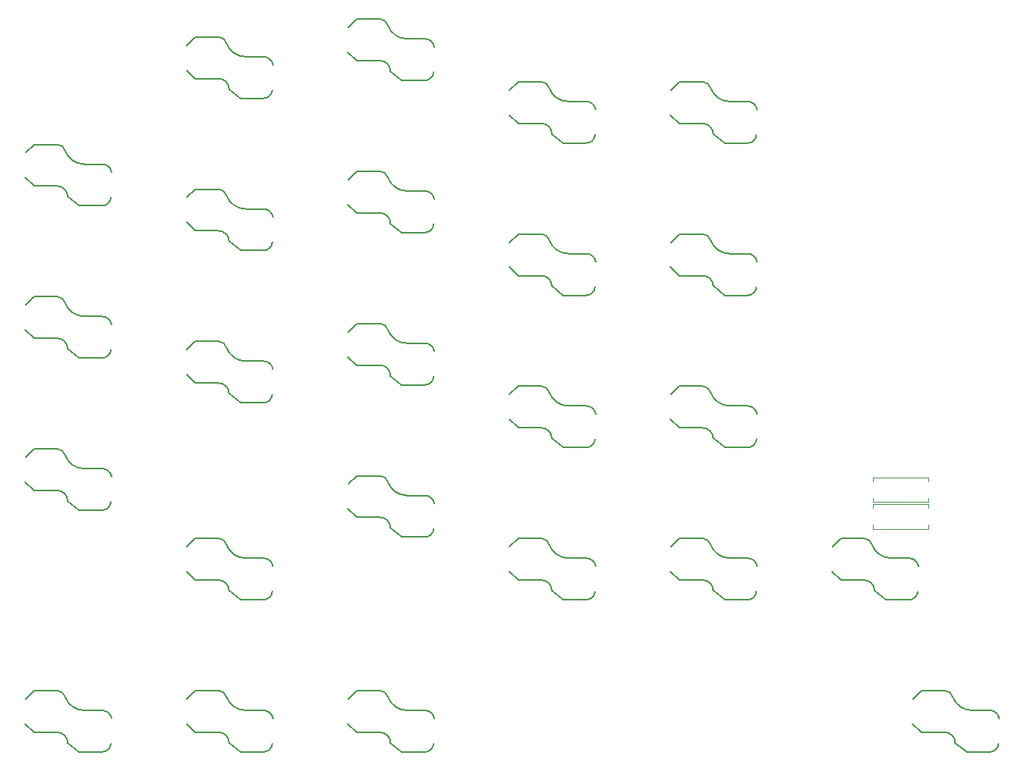
<source format=gbo>
%TF.GenerationSoftware,KiCad,Pcbnew,(5.99.0-12766-g4a3658027e)*%
%TF.CreationDate,2021-12-04T14:11:10+09:00*%
%TF.ProjectId,left,6c656674-2e6b-4696-9361-645f70636258,rev?*%
%TF.SameCoordinates,Original*%
%TF.FileFunction,Legend,Bot*%
%TF.FilePolarity,Positive*%
%FSLAX46Y46*%
G04 Gerber Fmt 4.6, Leading zero omitted, Abs format (unit mm)*
G04 Created by KiCad (PCBNEW (5.99.0-12766-g4a3658027e)) date 2021-12-04 14:11:10*
%MOMM*%
%LPD*%
G01*
G04 APERTURE LIST*
%ADD10C,0.150000*%
%ADD11C,0.120000*%
%ADD12R,1.600000X1.600000*%
%ADD13O,1.600000X1.600000*%
%ADD14C,3.000000*%
%ADD15C,1.900000*%
%ADD16C,0.990600*%
%ADD17C,3.400000*%
%ADD18R,2.600000X2.600000*%
%ADD19R,1.950000X2.600000*%
%ADD20C,1.600000*%
%ADD21C,2.000000*%
%ADD22C,1.524000*%
%ADD23C,5.700000*%
%ADD24O,0.800000X0.800000*%
%ADD25O,1.800000X1.150000*%
%ADD26O,2.000000X1.450000*%
G04 APERTURE END LIST*
D10*
%TO.C,U1*%
%TO.C,SW21*%
X95604886Y-42437500D02*
X98204886Y-42437500D01*
X95600000Y-47087500D02*
X94600000Y-46150000D01*
X100629886Y-49287500D02*
X99354886Y-48262500D01*
X100629886Y-49287500D02*
X103179886Y-49287500D01*
X101204886Y-44637500D02*
X103179886Y-44637500D01*
X95604886Y-42437500D02*
X94654886Y-43362500D01*
X95604886Y-47087500D02*
X98179886Y-47087500D01*
X98205881Y-42438709D02*
G75*
G02*
X99067085Y-43140596I-38796J-926887D01*
G01*
X103179886Y-49287500D02*
G75*
G03*
X104179886Y-48362500I0J1003040D01*
G01*
X103179886Y-44637501D02*
G75*
G02*
X104254886Y-45562500I0J-1087162D01*
G01*
X99067085Y-43140596D02*
G75*
G03*
X101204886Y-44637500I2137801J778096D01*
G01*
X99354886Y-48262500D02*
G75*
G03*
X98179886Y-47087500I-1175000J0D01*
G01*
%TO.C,SW18*%
X77604886Y-59437500D02*
X76654886Y-60362500D01*
X77600000Y-64087500D02*
X76600000Y-63150000D01*
X82629886Y-66287500D02*
X81354886Y-65262500D01*
X77604886Y-59437500D02*
X80204886Y-59437500D01*
X77604886Y-64087500D02*
X80179886Y-64087500D01*
X83204886Y-61637500D02*
X85179886Y-61637500D01*
X82629886Y-66287500D02*
X85179886Y-66287500D01*
X80205881Y-59438709D02*
G75*
G02*
X81067085Y-60140596I-38796J-926887D01*
G01*
X81354886Y-65262500D02*
G75*
G03*
X80179886Y-64087500I-1175000J0D01*
G01*
X81067085Y-60140596D02*
G75*
G03*
X83204886Y-61637500I2137801J778096D01*
G01*
X85179886Y-66287500D02*
G75*
G03*
X86179886Y-65362500I0J1003040D01*
G01*
X85179886Y-61637501D02*
G75*
G02*
X86254886Y-62562500I0J-1087162D01*
G01*
%TO.C,SW8*%
X41604886Y-54437500D02*
X40654886Y-55362500D01*
X41604886Y-54437500D02*
X44204886Y-54437500D01*
X41604886Y-59087500D02*
X44179886Y-59087500D01*
X41600000Y-59087500D02*
X40600000Y-58150000D01*
X47204886Y-56637500D02*
X49179886Y-56637500D01*
X46629886Y-61287500D02*
X45354886Y-60262500D01*
X46629886Y-61287500D02*
X49179886Y-61287500D01*
X44205881Y-54438709D02*
G75*
G02*
X45067085Y-55140596I-38796J-926887D01*
G01*
X49179886Y-61287500D02*
G75*
G03*
X50179886Y-60362500I0J1003040D01*
G01*
X45067085Y-55140596D02*
G75*
G03*
X47204886Y-56637500I2137801J778096D01*
G01*
X45354886Y-60262500D02*
G75*
G03*
X44179886Y-59087500I-1175000J0D01*
G01*
X49179886Y-56637501D02*
G75*
G02*
X50254886Y-57562500I0J-1087162D01*
G01*
%TO.C,SW14*%
X95604886Y-81087500D02*
X98179886Y-81087500D01*
X101204886Y-78637500D02*
X103179886Y-78637500D01*
X95604886Y-76437500D02*
X98204886Y-76437500D01*
X95600000Y-81087500D02*
X94600000Y-80150000D01*
X95604886Y-76437500D02*
X94654886Y-77362500D01*
X100629886Y-83287500D02*
X99354886Y-82262500D01*
X100629886Y-83287500D02*
X103179886Y-83287500D01*
X103179886Y-83287500D02*
G75*
G03*
X104179886Y-82362500I0J1003040D01*
G01*
X99067085Y-77140596D02*
G75*
G03*
X101204886Y-78637500I2137801J778096D01*
G01*
X98205881Y-76438709D02*
G75*
G02*
X99067085Y-77140596I-38796J-926887D01*
G01*
X103179886Y-78637501D02*
G75*
G02*
X104254886Y-79562500I0J-1087162D01*
G01*
X99354886Y-82262500D02*
G75*
G03*
X98179886Y-81087500I-1175000J0D01*
G01*
%TO.C,SW9*%
X82629886Y-83287500D02*
X85179886Y-83287500D01*
X82629886Y-83287500D02*
X81354886Y-82262500D01*
X77604886Y-76437500D02*
X76654886Y-77362500D01*
X83204886Y-78637500D02*
X85179886Y-78637500D01*
X77600000Y-81087500D02*
X76600000Y-80150000D01*
X77604886Y-81087500D02*
X80179886Y-81087500D01*
X77604886Y-76437500D02*
X80204886Y-76437500D01*
X81354886Y-82262500D02*
G75*
G03*
X80179886Y-81087500I-1175000J0D01*
G01*
X81067085Y-77140596D02*
G75*
G03*
X83204886Y-78637500I2137801J778096D01*
G01*
X85179886Y-78637501D02*
G75*
G02*
X86254886Y-79562500I0J-1087162D01*
G01*
X85179886Y-83287500D02*
G75*
G03*
X86179886Y-82362500I0J1003040D01*
G01*
X80205881Y-76438709D02*
G75*
G02*
X81067085Y-77140596I-38796J-926887D01*
G01*
%TO.C,SW11*%
X65204886Y-20637500D02*
X67179886Y-20637500D01*
X64629886Y-25287500D02*
X67179886Y-25287500D01*
X64629886Y-25287500D02*
X63354886Y-24262500D01*
X59600000Y-23087500D02*
X58600000Y-22150000D01*
X59604886Y-23087500D02*
X62179886Y-23087500D01*
X59604886Y-18437500D02*
X58654886Y-19362500D01*
X59604886Y-18437500D02*
X62204886Y-18437500D01*
X67179886Y-20637501D02*
G75*
G02*
X68254886Y-21562500I0J-1087162D01*
G01*
X63354886Y-24262500D02*
G75*
G03*
X62179886Y-23087500I-1175000J0D01*
G01*
X67179886Y-25287500D02*
G75*
G03*
X68179886Y-24362500I0J1003040D01*
G01*
X62205881Y-18438709D02*
G75*
G02*
X63067085Y-19140596I-38796J-926887D01*
G01*
X63067085Y-19140596D02*
G75*
G03*
X65204886Y-20637500I2137801J778096D01*
G01*
%TO.C,SW19*%
X118629886Y-83287500D02*
X121179886Y-83287500D01*
X113604886Y-81087500D02*
X116179886Y-81087500D01*
X118629886Y-83287500D02*
X117354886Y-82262500D01*
X119204886Y-78637500D02*
X121179886Y-78637500D01*
X113604886Y-76437500D02*
X112654886Y-77362500D01*
X113604886Y-76437500D02*
X116204886Y-76437500D01*
X113600000Y-81087500D02*
X112600000Y-80150000D01*
X121179886Y-83287500D02*
G75*
G03*
X122179886Y-82362500I0J1003040D01*
G01*
X116205881Y-76438709D02*
G75*
G02*
X117067085Y-77140596I-38796J-926887D01*
G01*
X117354886Y-82262500D02*
G75*
G03*
X116179886Y-81087500I-1175000J0D01*
G01*
X121179886Y-78637501D02*
G75*
G02*
X122254886Y-79562500I0J-1087162D01*
G01*
X117067085Y-77140596D02*
G75*
G03*
X119204886Y-78637500I2137801J778096D01*
G01*
%TO.C,SW17*%
X77604886Y-42437500D02*
X80204886Y-42437500D01*
X77600000Y-47087500D02*
X76600000Y-46150000D01*
X82629886Y-49287500D02*
X85179886Y-49287500D01*
X83204886Y-44637500D02*
X85179886Y-44637500D01*
X82629886Y-49287500D02*
X81354886Y-48262500D01*
X77604886Y-47087500D02*
X80179886Y-47087500D01*
X77604886Y-42437500D02*
X76654886Y-43362500D01*
X80205881Y-42438709D02*
G75*
G02*
X81067085Y-43140596I-38796J-926887D01*
G01*
X85179886Y-44637501D02*
G75*
G02*
X86254886Y-45562500I0J-1087162D01*
G01*
X81067085Y-43140596D02*
G75*
G03*
X83204886Y-44637500I2137801J778096D01*
G01*
X85179886Y-49287500D02*
G75*
G03*
X86179886Y-48362500I0J1003040D01*
G01*
X81354886Y-48262500D02*
G75*
G03*
X80179886Y-47087500I-1175000J0D01*
G01*
%TO.C,SW5*%
X23604886Y-93437500D02*
X22654886Y-94362500D01*
X23600000Y-98087500D02*
X22600000Y-97150000D01*
X29204886Y-95637500D02*
X31179886Y-95637500D01*
X23604886Y-98087500D02*
X26179886Y-98087500D01*
X28629886Y-100287500D02*
X31179886Y-100287500D01*
X23604886Y-93437500D02*
X26204886Y-93437500D01*
X28629886Y-100287500D02*
X27354886Y-99262500D01*
X27067085Y-94140596D02*
G75*
G03*
X29204886Y-95637500I2137801J778096D01*
G01*
X31179886Y-100287500D02*
G75*
G03*
X32179886Y-99362500I0J1003040D01*
G01*
X27354886Y-99262500D02*
G75*
G03*
X26179886Y-98087500I-1175000J0D01*
G01*
X26205881Y-93438709D02*
G75*
G02*
X27067085Y-94140596I-38796J-926887D01*
G01*
X31179886Y-95637501D02*
G75*
G02*
X32254886Y-96562500I0J-1087162D01*
G01*
%TO.C,SW4*%
X59604886Y-69437500D02*
X58654886Y-70362500D01*
X64629886Y-76287500D02*
X67179886Y-76287500D01*
X59604886Y-74087500D02*
X62179886Y-74087500D01*
X59604886Y-69437500D02*
X62204886Y-69437500D01*
X65204886Y-71637500D02*
X67179886Y-71637500D01*
X64629886Y-76287500D02*
X63354886Y-75262500D01*
X59600000Y-74087500D02*
X58600000Y-73150000D01*
X67179886Y-76287500D02*
G75*
G03*
X68179886Y-75362500I0J1003040D01*
G01*
X62205881Y-69438709D02*
G75*
G02*
X63067085Y-70140596I-38796J-926887D01*
G01*
X67179886Y-71637501D02*
G75*
G02*
X68254886Y-72562500I0J-1087162D01*
G01*
X63354886Y-75262500D02*
G75*
G03*
X62179886Y-74087500I-1175000J0D01*
G01*
X63067085Y-70140596D02*
G75*
G03*
X65204886Y-71637500I2137801J778096D01*
G01*
%TO.C,SW15*%
X41604886Y-93437500D02*
X44204886Y-93437500D01*
X46629886Y-100287500D02*
X45354886Y-99262500D01*
X41600000Y-98087500D02*
X40600000Y-97150000D01*
X41604886Y-93437500D02*
X40654886Y-94362500D01*
X47204886Y-95637500D02*
X49179886Y-95637500D01*
X46629886Y-100287500D02*
X49179886Y-100287500D01*
X41604886Y-98087500D02*
X44179886Y-98087500D01*
X45354886Y-99262500D02*
G75*
G03*
X44179886Y-98087500I-1175000J0D01*
G01*
X44205881Y-93438709D02*
G75*
G02*
X45067085Y-94140596I-38796J-926887D01*
G01*
X49179886Y-100287500D02*
G75*
G03*
X50179886Y-99362500I0J1003040D01*
G01*
X49179886Y-95637501D02*
G75*
G02*
X50254886Y-96562500I0J-1087162D01*
G01*
X45067085Y-94140596D02*
G75*
G03*
X47204886Y-95637500I2137801J778096D01*
G01*
%TO.C,SW12*%
X64629886Y-42287500D02*
X67179886Y-42287500D01*
X64629886Y-42287500D02*
X63354886Y-41262500D01*
X59604886Y-40087500D02*
X62179886Y-40087500D01*
X59604886Y-35437500D02*
X62204886Y-35437500D01*
X59604886Y-35437500D02*
X58654886Y-36362500D01*
X65204886Y-37637500D02*
X67179886Y-37637500D01*
X59600000Y-40087500D02*
X58600000Y-39150000D01*
X63067085Y-36140596D02*
G75*
G03*
X65204886Y-37637500I2137801J778096D01*
G01*
X67179886Y-42287500D02*
G75*
G03*
X68179886Y-41362500I0J1003040D01*
G01*
X63354886Y-41262500D02*
G75*
G03*
X62179886Y-40087500I-1175000J0D01*
G01*
X62205881Y-35438709D02*
G75*
G02*
X63067085Y-36140596I-38796J-926887D01*
G01*
X67179886Y-37637501D02*
G75*
G02*
X68254886Y-38562500I0J-1087162D01*
G01*
%TO.C,SW6*%
X41604886Y-20437500D02*
X40654886Y-21362500D01*
X41604886Y-20437500D02*
X44204886Y-20437500D01*
X41600000Y-25087500D02*
X40600000Y-24150000D01*
X46629886Y-27287500D02*
X45354886Y-26262500D01*
X47204886Y-22637500D02*
X49179886Y-22637500D01*
X46629886Y-27287500D02*
X49179886Y-27287500D01*
X41604886Y-25087500D02*
X44179886Y-25087500D01*
X44205881Y-20438709D02*
G75*
G02*
X45067085Y-21140596I-38796J-926887D01*
G01*
X45354886Y-26262500D02*
G75*
G03*
X44179886Y-25087500I-1175000J0D01*
G01*
X49179886Y-22637501D02*
G75*
G02*
X50254886Y-23562500I0J-1087162D01*
G01*
X49179886Y-27287500D02*
G75*
G03*
X50179886Y-26362500I0J1003040D01*
G01*
X45067085Y-21140596D02*
G75*
G03*
X47204886Y-22637500I2137801J778096D01*
G01*
%TO.C,SW23*%
X122604886Y-93437500D02*
X125204886Y-93437500D01*
X128204886Y-95637500D02*
X130179886Y-95637500D01*
X122604886Y-98087500D02*
X125179886Y-98087500D01*
X122604886Y-93437500D02*
X121654886Y-94362500D01*
X127629886Y-100287500D02*
X130179886Y-100287500D01*
X122600000Y-98087500D02*
X121600000Y-97150000D01*
X127629886Y-100287500D02*
X126354886Y-99262500D01*
X125205881Y-93438709D02*
G75*
G02*
X126067085Y-94140596I-38796J-926887D01*
G01*
X126354886Y-99262500D02*
G75*
G03*
X125179886Y-98087500I-1175000J0D01*
G01*
X130179886Y-100287500D02*
G75*
G03*
X131179886Y-99362500I0J1003040D01*
G01*
X126067085Y-94140596D02*
G75*
G03*
X128204886Y-95637500I2137801J778096D01*
G01*
X130179886Y-95637501D02*
G75*
G02*
X131254886Y-96562500I0J-1087162D01*
G01*
%TO.C,SW13*%
X64629886Y-59287500D02*
X63354886Y-58262500D01*
X59600000Y-57087500D02*
X58600000Y-56150000D01*
X64629886Y-59287500D02*
X67179886Y-59287500D01*
X59604886Y-52437500D02*
X58654886Y-53362500D01*
X65204886Y-54637500D02*
X67179886Y-54637500D01*
X59604886Y-57087500D02*
X62179886Y-57087500D01*
X59604886Y-52437500D02*
X62204886Y-52437500D01*
X67179886Y-59287500D02*
G75*
G03*
X68179886Y-58362500I0J1003040D01*
G01*
X62205881Y-52438709D02*
G75*
G02*
X63067085Y-53140596I-38796J-926887D01*
G01*
X63354886Y-58262500D02*
G75*
G03*
X62179886Y-57087500I-1175000J0D01*
G01*
X63067085Y-53140596D02*
G75*
G03*
X65204886Y-54637500I2137801J778096D01*
G01*
X67179886Y-54637501D02*
G75*
G02*
X68254886Y-55562500I0J-1087162D01*
G01*
%TO.C,SW7*%
X46629886Y-44287500D02*
X45354886Y-43262500D01*
X41600000Y-42087500D02*
X40600000Y-41150000D01*
X46629886Y-44287500D02*
X49179886Y-44287500D01*
X41604886Y-37437500D02*
X40654886Y-38362500D01*
X41604886Y-42087500D02*
X44179886Y-42087500D01*
X47204886Y-39637500D02*
X49179886Y-39637500D01*
X41604886Y-37437500D02*
X44204886Y-37437500D01*
X44205881Y-37438709D02*
G75*
G02*
X45067085Y-38140596I-38796J-926887D01*
G01*
X45354886Y-43262500D02*
G75*
G03*
X44179886Y-42087500I-1175000J0D01*
G01*
X49179886Y-39637501D02*
G75*
G02*
X50254886Y-40562500I0J-1087162D01*
G01*
X49179886Y-44287500D02*
G75*
G03*
X50179886Y-43362500I0J1003040D01*
G01*
X45067085Y-38140596D02*
G75*
G03*
X47204886Y-39637500I2137801J778096D01*
G01*
%TO.C,SW20*%
X95604886Y-25437500D02*
X98204886Y-25437500D01*
X95604886Y-25437500D02*
X94654886Y-26362500D01*
X101204886Y-27637500D02*
X103179886Y-27637500D01*
X95600000Y-30087500D02*
X94600000Y-29150000D01*
X100629886Y-32287500D02*
X103179886Y-32287500D01*
X100629886Y-32287500D02*
X99354886Y-31262500D01*
X95604886Y-30087500D02*
X98179886Y-30087500D01*
X103179886Y-27637501D02*
G75*
G02*
X104254886Y-28562500I0J-1087162D01*
G01*
X98205881Y-25438709D02*
G75*
G02*
X99067085Y-26140596I-38796J-926887D01*
G01*
X99354886Y-31262500D02*
G75*
G03*
X98179886Y-30087500I-1175000J0D01*
G01*
X99067085Y-26140596D02*
G75*
G03*
X101204886Y-27637500I2137801J778096D01*
G01*
X103179886Y-32287500D02*
G75*
G03*
X104179886Y-31362500I0J1003040D01*
G01*
%TO.C,SW1*%
X23604886Y-32437500D02*
X26204886Y-32437500D01*
X23604886Y-32437500D02*
X22654886Y-33362500D01*
X23604886Y-37087500D02*
X26179886Y-37087500D01*
X28629886Y-39287500D02*
X31179886Y-39287500D01*
X29204886Y-34637500D02*
X31179886Y-34637500D01*
X23600000Y-37087500D02*
X22600000Y-36150000D01*
X28629886Y-39287500D02*
X27354886Y-38262500D01*
X26205881Y-32438709D02*
G75*
G02*
X27067085Y-33140596I-38796J-926887D01*
G01*
X31179886Y-34637501D02*
G75*
G02*
X32254886Y-35562500I0J-1087162D01*
G01*
X27067085Y-33140596D02*
G75*
G03*
X29204886Y-34637500I2137801J778096D01*
G01*
X31179886Y-39287500D02*
G75*
G03*
X32179886Y-38362500I0J1003040D01*
G01*
X27354886Y-38262500D02*
G75*
G03*
X26179886Y-37087500I-1175000J0D01*
G01*
%TO.C,SW2*%
X28629886Y-56287500D02*
X27354886Y-55262500D01*
X23600000Y-54087500D02*
X22600000Y-53150000D01*
X23604886Y-54087500D02*
X26179886Y-54087500D01*
X29204886Y-51637500D02*
X31179886Y-51637500D01*
X28629886Y-56287500D02*
X31179886Y-56287500D01*
X23604886Y-49437500D02*
X26204886Y-49437500D01*
X23604886Y-49437500D02*
X22654886Y-50362500D01*
X31179886Y-56287500D02*
G75*
G03*
X32179886Y-55362500I0J1003040D01*
G01*
X31179886Y-51637501D02*
G75*
G02*
X32254886Y-52562500I0J-1087162D01*
G01*
X26205881Y-49438709D02*
G75*
G02*
X27067085Y-50140596I-38796J-926887D01*
G01*
X27354886Y-55262500D02*
G75*
G03*
X26179886Y-54087500I-1175000J0D01*
G01*
X27067085Y-50140596D02*
G75*
G03*
X29204886Y-51637500I2137801J778096D01*
G01*
%TO.C,SW16*%
X83204886Y-27637500D02*
X85179886Y-27637500D01*
X82629886Y-32287500D02*
X85179886Y-32287500D01*
X77604886Y-25437500D02*
X76654886Y-26362500D01*
X77604886Y-25437500D02*
X80204886Y-25437500D01*
X77604886Y-30087500D02*
X80179886Y-30087500D01*
X77600000Y-30087500D02*
X76600000Y-29150000D01*
X82629886Y-32287500D02*
X81354886Y-31262500D01*
X80205881Y-25438709D02*
G75*
G02*
X81067085Y-26140596I-38796J-926887D01*
G01*
X81067085Y-26140596D02*
G75*
G03*
X83204886Y-27637500I2137801J778096D01*
G01*
X85179886Y-27637501D02*
G75*
G02*
X86254886Y-28562500I0J-1087162D01*
G01*
X85179886Y-32287500D02*
G75*
G03*
X86179886Y-31362500I0J1003040D01*
G01*
X81354886Y-31262500D02*
G75*
G03*
X80179886Y-30087500I-1175000J0D01*
G01*
%TO.C,SW22*%
X95604886Y-59437500D02*
X94654886Y-60362500D01*
X95600000Y-64087500D02*
X94600000Y-63150000D01*
X100629886Y-66287500D02*
X99354886Y-65262500D01*
X95604886Y-64087500D02*
X98179886Y-64087500D01*
X101204886Y-61637500D02*
X103179886Y-61637500D01*
X95604886Y-59437500D02*
X98204886Y-59437500D01*
X100629886Y-66287500D02*
X103179886Y-66287500D01*
X103179886Y-66287500D02*
G75*
G03*
X104179886Y-65362500I0J1003040D01*
G01*
X103179886Y-61637501D02*
G75*
G02*
X104254886Y-62562500I0J-1087162D01*
G01*
X98205881Y-59438709D02*
G75*
G02*
X99067085Y-60140596I-38796J-926887D01*
G01*
X99067085Y-60140596D02*
G75*
G03*
X101204886Y-61637500I2137801J778096D01*
G01*
X99354886Y-65262500D02*
G75*
G03*
X98179886Y-64087500I-1175000J0D01*
G01*
%TO.C,SW3*%
X23604886Y-66437500D02*
X26204886Y-66437500D01*
X23604886Y-71087500D02*
X26179886Y-71087500D01*
X28629886Y-73287500D02*
X27354886Y-72262500D01*
X23604886Y-66437500D02*
X22654886Y-67362500D01*
X28629886Y-73287500D02*
X31179886Y-73287500D01*
X29204886Y-68637500D02*
X31179886Y-68637500D01*
X23600000Y-71087500D02*
X22600000Y-70150000D01*
X26205881Y-66438709D02*
G75*
G02*
X27067085Y-67140596I-38796J-926887D01*
G01*
X27354886Y-72262500D02*
G75*
G03*
X26179886Y-71087500I-1175000J0D01*
G01*
X31179886Y-73287500D02*
G75*
G03*
X32179886Y-72362500I0J1003040D01*
G01*
X31179886Y-68637501D02*
G75*
G02*
X32254886Y-69562500I0J-1087162D01*
G01*
X27067085Y-67140596D02*
G75*
G03*
X29204886Y-68637500I2137801J778096D01*
G01*
%TO.C,SW10*%
X41604886Y-76437500D02*
X40654886Y-77362500D01*
X46629886Y-83287500D02*
X49179886Y-83287500D01*
X46629886Y-83287500D02*
X45354886Y-82262500D01*
X47204886Y-78637500D02*
X49179886Y-78637500D01*
X41600000Y-81087500D02*
X40600000Y-80150000D01*
X41604886Y-81087500D02*
X44179886Y-81087500D01*
X41604886Y-76437500D02*
X44204886Y-76437500D01*
X45354886Y-82262500D02*
G75*
G03*
X44179886Y-81087500I-1175000J0D01*
G01*
X45067085Y-77140596D02*
G75*
G03*
X47204886Y-78637500I2137801J778096D01*
G01*
X49179886Y-78637501D02*
G75*
G02*
X50254886Y-79562500I0J-1087162D01*
G01*
X49179886Y-83287500D02*
G75*
G03*
X50179886Y-82362500I0J1003040D01*
G01*
X44205881Y-76438709D02*
G75*
G02*
X45067085Y-77140596I-38796J-926887D01*
G01*
%TO.C,SW49*%
X64629886Y-100287500D02*
X63354886Y-99262500D01*
X65204886Y-95637500D02*
X67179886Y-95637500D01*
X64629886Y-100287500D02*
X67179886Y-100287500D01*
X59604886Y-98087500D02*
X62179886Y-98087500D01*
X59600000Y-98087500D02*
X58600000Y-97150000D01*
X59604886Y-93437500D02*
X62204886Y-93437500D01*
X59604886Y-93437500D02*
X58654886Y-94362500D01*
X67179886Y-95637501D02*
G75*
G02*
X68254886Y-96562500I0J-1087162D01*
G01*
X62205881Y-93438709D02*
G75*
G02*
X63067085Y-94140596I-38796J-926887D01*
G01*
X67179886Y-100287500D02*
G75*
G03*
X68179886Y-99362500I0J1003040D01*
G01*
X63067085Y-94140596D02*
G75*
G03*
X65204886Y-95637500I2137801J778096D01*
G01*
X63354886Y-99262500D02*
G75*
G03*
X62179886Y-98087500I-1175000J0D01*
G01*
D11*
%TO.C,C1*%
X117130000Y-72370000D02*
X123370000Y-72370000D01*
X123370000Y-72370000D02*
X123370000Y-71925000D01*
X117130000Y-70075000D02*
X117130000Y-69630000D01*
X117130000Y-69630000D02*
X123370000Y-69630000D01*
X123370000Y-70075000D02*
X123370000Y-69630000D01*
X117130000Y-72370000D02*
X117130000Y-71925000D01*
%TO.C,C2*%
X117130000Y-73075000D02*
X117130000Y-72630000D01*
X123370000Y-73075000D02*
X123370000Y-72630000D01*
X123370000Y-75370000D02*
X123370000Y-74925000D01*
X117130000Y-72630000D02*
X123370000Y-72630000D01*
X117130000Y-75370000D02*
X117130000Y-74925000D01*
X117130000Y-75370000D02*
X123370000Y-75370000D01*
%TD*%
%LPC*%
D12*
%TO.C,D21*%
X86500000Y-96750000D03*
D13*
X78880000Y-96750000D03*
%TD*%
D12*
%TO.C,D13*%
X96250000Y-101750000D03*
D13*
X88630000Y-101750000D03*
%TD*%
D14*
%TO.C,SW21*%
X102000000Y-47000000D03*
X97000000Y-44800000D03*
D15*
X91500000Y-50750000D03*
X102500000Y-50750000D03*
D16*
X91780000Y-54950000D03*
D17*
X97000000Y-50750000D03*
D18*
X93700000Y-44750000D03*
D19*
X105000000Y-46950000D03*
%TD*%
D20*
%TO.C,R1*%
X110000000Y-101000000D03*
D13*
X110000000Y-108620000D03*
%TD*%
D14*
%TO.C,SW18*%
X84000000Y-64000000D03*
D16*
X73780000Y-71950000D03*
D15*
X73500000Y-67750000D03*
D14*
X79000000Y-61800000D03*
D15*
X84500000Y-67750000D03*
D17*
X79000000Y-67750000D03*
D18*
X75700000Y-61750000D03*
D19*
X87000000Y-63950000D03*
%TD*%
D21*
%TO.C,SW47*%
X115000000Y-74500000D03*
X108500000Y-74500000D03*
X108500000Y-70000000D03*
X115000000Y-70000000D03*
%TD*%
D12*
%TO.C,D4*%
X106000000Y-106750000D03*
D13*
X98380000Y-106750000D03*
%TD*%
D14*
%TO.C,SW8*%
X48000000Y-59000000D03*
D15*
X48500000Y-62750000D03*
D17*
X43000000Y-62750000D03*
D15*
X37500000Y-62750000D03*
D14*
X43000000Y-56800000D03*
D16*
X37780000Y-66950000D03*
D18*
X39700000Y-56750000D03*
D19*
X51000000Y-58950000D03*
%TD*%
D16*
%TO.C,SW14*%
X91780000Y-88950000D03*
D15*
X102500000Y-84750000D03*
X91500000Y-84750000D03*
D14*
X102000000Y-81000000D03*
D17*
X97000000Y-84750000D03*
D14*
X97000000Y-78800000D03*
D18*
X93700000Y-78750000D03*
D19*
X105000000Y-80950000D03*
%TD*%
D15*
%TO.C,SW9*%
X84500000Y-84750000D03*
D16*
X73780000Y-88950000D03*
D14*
X84000000Y-81000000D03*
X79000000Y-78800000D03*
D17*
X79000000Y-84750000D03*
D15*
X73500000Y-84750000D03*
D18*
X75700000Y-78750000D03*
D19*
X87000000Y-80950000D03*
%TD*%
D14*
%TO.C,SW11*%
X66000000Y-23000000D03*
D16*
X55780000Y-30950000D03*
D14*
X61000000Y-20800000D03*
D15*
X55500000Y-26750000D03*
D17*
X61000000Y-26750000D03*
D15*
X66500000Y-26750000D03*
D18*
X57700000Y-20750000D03*
D19*
X69000000Y-22950000D03*
%TD*%
D12*
%TO.C,D8*%
X96250000Y-104250000D03*
D13*
X88630000Y-104250000D03*
%TD*%
D15*
%TO.C,SW19*%
X120500000Y-84750000D03*
D17*
X115000000Y-84750000D03*
D15*
X109500000Y-84750000D03*
D14*
X120000000Y-81000000D03*
D16*
X109780000Y-88950000D03*
D14*
X115000000Y-78800000D03*
D18*
X111700000Y-78750000D03*
D19*
X123000000Y-80950000D03*
%TD*%
D14*
%TO.C,SW17*%
X84000000Y-47000000D03*
D16*
X73780000Y-54950000D03*
D15*
X73500000Y-50750000D03*
D14*
X79000000Y-44800000D03*
D15*
X84500000Y-50750000D03*
D17*
X79000000Y-50750000D03*
D18*
X75700000Y-44750000D03*
D19*
X87000000Y-46950000D03*
%TD*%
D12*
%TO.C,D6*%
X25250000Y-28500000D03*
D13*
X32870000Y-28500000D03*
%TD*%
D14*
%TO.C,SW5*%
X25000000Y-95800000D03*
X30000000Y-98000000D03*
D15*
X19500000Y-101750000D03*
D16*
X19780000Y-105950000D03*
D15*
X30500000Y-101750000D03*
D17*
X25000000Y-101750000D03*
D18*
X21700000Y-95750000D03*
D19*
X33000000Y-97950000D03*
%TD*%
D14*
%TO.C,SW4*%
X66000000Y-74000000D03*
D15*
X66500000Y-77750000D03*
X55500000Y-77750000D03*
D14*
X61000000Y-71800000D03*
D16*
X55780000Y-81950000D03*
D17*
X61000000Y-77750000D03*
D18*
X57700000Y-71750000D03*
D19*
X69000000Y-73950000D03*
%TD*%
D17*
%TO.C,SW15*%
X43000000Y-101750000D03*
D15*
X37500000Y-101750000D03*
D16*
X37780000Y-105950000D03*
D14*
X43000000Y-95800000D03*
X48000000Y-98000000D03*
D15*
X48500000Y-101750000D03*
D18*
X39700000Y-95750000D03*
D19*
X51000000Y-97950000D03*
%TD*%
D12*
%TO.C,D23*%
X106000000Y-96750000D03*
D13*
X98380000Y-96750000D03*
%TD*%
D12*
%TO.C,D2*%
X86500000Y-106750000D03*
D13*
X78880000Y-106750000D03*
%TD*%
D12*
%TO.C,D3*%
X96250000Y-106750000D03*
D13*
X88630000Y-106750000D03*
%TD*%
D12*
%TO.C,D10*%
X25250000Y-89500000D03*
D13*
X32870000Y-89500000D03*
%TD*%
D14*
%TO.C,SW12*%
X61000000Y-37800000D03*
D17*
X61000000Y-43750000D03*
D16*
X55780000Y-47950000D03*
D14*
X66000000Y-40000000D03*
D15*
X66500000Y-43750000D03*
X55500000Y-43750000D03*
D18*
X57700000Y-37750000D03*
D19*
X69000000Y-39950000D03*
%TD*%
D12*
%TO.C,D5*%
X25250000Y-92000000D03*
D13*
X32870000Y-92000000D03*
%TD*%
D14*
%TO.C,SW6*%
X48000000Y-25000000D03*
D15*
X37500000Y-28750000D03*
D17*
X43000000Y-28750000D03*
D16*
X37780000Y-32950000D03*
D15*
X48500000Y-28750000D03*
D14*
X43000000Y-22800000D03*
D18*
X39700000Y-22750000D03*
D19*
X51000000Y-24950000D03*
%TD*%
D12*
%TO.C,D12*%
X86500000Y-101750000D03*
D13*
X78880000Y-101750000D03*
%TD*%
D12*
%TO.C,D20*%
X25250000Y-21000000D03*
D13*
X32870000Y-21000000D03*
%TD*%
D20*
%TO.C,R2*%
X113000000Y-101000000D03*
D13*
X113000000Y-108620000D03*
%TD*%
D12*
%TO.C,D9*%
X106000000Y-104250000D03*
D13*
X98380000Y-104250000D03*
%TD*%
D12*
%TO.C,D18*%
X96250000Y-99250000D03*
D13*
X88630000Y-99250000D03*
%TD*%
D12*
%TO.C,D17*%
X86500000Y-99250000D03*
D13*
X78880000Y-99250000D03*
%TD*%
D12*
%TO.C,D15*%
X25250000Y-87000000D03*
D13*
X32870000Y-87000000D03*
%TD*%
D22*
%TO.C,U1*%
X122861400Y-29272000D03*
X122861400Y-31812000D03*
X122861400Y-34352000D03*
X122861400Y-36892000D03*
X122861400Y-39432000D03*
X122861400Y-41972000D03*
X122861400Y-44512000D03*
X122861400Y-47052000D03*
X122861400Y-49592000D03*
X122861400Y-52132000D03*
X122861400Y-54672000D03*
X122861400Y-57212000D03*
X107641400Y-57212000D03*
X107641400Y-54672000D03*
X107641400Y-52132000D03*
X107641400Y-49592000D03*
X107641400Y-47052000D03*
X107641400Y-44512000D03*
X107641400Y-41972000D03*
X107641400Y-39432000D03*
X107641400Y-36892000D03*
X107641400Y-34352000D03*
X107641400Y-31812000D03*
X107641400Y-29272000D03*
%TD*%
D16*
%TO.C,SW23*%
X118780000Y-105950000D03*
D17*
X124000000Y-101750000D03*
D14*
X129000000Y-98000000D03*
D15*
X118500000Y-101750000D03*
X129500000Y-101750000D03*
D14*
X124000000Y-95800000D03*
D18*
X120700000Y-95750000D03*
D19*
X132000000Y-97950000D03*
%TD*%
D15*
%TO.C,SW13*%
X66500000Y-60750000D03*
D16*
X55780000Y-64950000D03*
D17*
X61000000Y-60750000D03*
D14*
X66000000Y-57000000D03*
X61000000Y-54800000D03*
D15*
X55500000Y-60750000D03*
D18*
X57700000Y-54750000D03*
D19*
X69000000Y-56950000D03*
%TD*%
D15*
%TO.C,SW7*%
X37500000Y-45750000D03*
D14*
X43000000Y-39800000D03*
D17*
X43000000Y-45750000D03*
D16*
X37780000Y-49950000D03*
D15*
X48500000Y-45750000D03*
D14*
X48000000Y-42000000D03*
D18*
X39700000Y-39750000D03*
D19*
X51000000Y-41950000D03*
%TD*%
D15*
%TO.C,SW20*%
X102500000Y-33750000D03*
D14*
X102000000Y-30000000D03*
D15*
X91500000Y-33750000D03*
D14*
X97000000Y-27800000D03*
D16*
X91780000Y-37950000D03*
D17*
X97000000Y-33750000D03*
D18*
X93700000Y-27750000D03*
D19*
X105000000Y-29950000D03*
%TD*%
D12*
%TO.C,D22*%
X96250000Y-96750000D03*
D13*
X88630000Y-96750000D03*
%TD*%
D15*
%TO.C,SW1*%
X19500000Y-40750000D03*
D14*
X25000000Y-34800000D03*
D16*
X19780000Y-44950000D03*
D15*
X30500000Y-40750000D03*
D14*
X30000000Y-37000000D03*
D17*
X25000000Y-40750000D03*
D18*
X21700000Y-34750000D03*
D19*
X33000000Y-36950000D03*
%TD*%
D12*
%TO.C,D14*%
X106000000Y-101750000D03*
D13*
X98380000Y-101750000D03*
%TD*%
D15*
%TO.C,SW2*%
X30500000Y-57750000D03*
D16*
X19780000Y-61950000D03*
D15*
X19500000Y-57750000D03*
D14*
X30000000Y-54000000D03*
D17*
X25000000Y-57750000D03*
D14*
X25000000Y-51800000D03*
D18*
X21700000Y-51750000D03*
D19*
X33000000Y-53950000D03*
%TD*%
D12*
%TO.C,D11*%
X25250000Y-26000000D03*
D13*
X32870000Y-26000000D03*
%TD*%
D17*
%TO.C,SW16*%
X79000000Y-33750000D03*
D15*
X73500000Y-33750000D03*
D14*
X79000000Y-27800000D03*
D16*
X73780000Y-37950000D03*
D14*
X84000000Y-30000000D03*
D15*
X84500000Y-33750000D03*
D18*
X75700000Y-27750000D03*
D19*
X87000000Y-29950000D03*
%TD*%
D12*
%TO.C,D7*%
X86500000Y-104250000D03*
D13*
X78880000Y-104250000D03*
%TD*%
D12*
%TO.C,D1*%
X25250000Y-31000000D03*
D13*
X32870000Y-31000000D03*
%TD*%
D14*
%TO.C,SW22*%
X102000000Y-64000000D03*
X97000000Y-61800000D03*
D15*
X102500000Y-67750000D03*
D17*
X97000000Y-67750000D03*
D15*
X91500000Y-67750000D03*
D16*
X91780000Y-71950000D03*
D18*
X93700000Y-61750000D03*
D19*
X105000000Y-63950000D03*
%TD*%
D12*
%TO.C,D16*%
X25250000Y-23500000D03*
D13*
X32870000Y-23500000D03*
%TD*%
D15*
%TO.C,SW3*%
X19500000Y-74750000D03*
D16*
X19780000Y-78950000D03*
D14*
X25000000Y-68800000D03*
X30000000Y-71000000D03*
D17*
X25000000Y-74750000D03*
D15*
X30500000Y-74750000D03*
D18*
X21700000Y-68750000D03*
D19*
X33000000Y-70950000D03*
%TD*%
D12*
%TO.C,D19*%
X106000000Y-99250000D03*
D13*
X98380000Y-99250000D03*
%TD*%
D15*
%TO.C,SW10*%
X37500000Y-84750000D03*
D16*
X37780000Y-88950000D03*
D14*
X43000000Y-78800000D03*
D15*
X48500000Y-84750000D03*
D17*
X43000000Y-84750000D03*
D14*
X48000000Y-81000000D03*
D18*
X39700000Y-78750000D03*
D19*
X51000000Y-80950000D03*
%TD*%
D23*
%TO.C,H4*%
X96500000Y-22000000D03*
%TD*%
D24*
%TO.C,J1*%
X119450000Y-61500000D03*
X119450000Y-66500000D03*
D25*
X122200000Y-67875000D03*
D26*
X118400000Y-60275000D03*
X118400000Y-67725000D03*
D25*
X122200000Y-60125000D03*
%TD*%
D17*
%TO.C,SW49*%
X61000000Y-101750000D03*
D14*
X61000000Y-95800000D03*
X66000000Y-98000000D03*
D15*
X55500000Y-101750000D03*
D16*
X55780000Y-105950000D03*
D15*
X66500000Y-101750000D03*
D18*
X57700000Y-95750000D03*
D19*
X69000000Y-97950000D03*
%TD*%
D23*
%TO.C,H2*%
X19250000Y-88250000D03*
%TD*%
%TO.C,H1*%
X55250000Y-89750000D03*
%TD*%
D12*
%TO.C,D47*%
X25250000Y-84500000D03*
D13*
X32870000Y-84500000D03*
%TD*%
D23*
%TO.C,H8*%
X20750000Y-23000000D03*
%TD*%
D12*
%TO.C,BZ1*%
X113500000Y-63500000D03*
D20*
X109500000Y-63500000D03*
%TD*%
D23*
%TO.C,H6*%
X111750000Y-96500000D03*
%TD*%
%TO.C,H5*%
X73250000Y-22000000D03*
%TD*%
%TO.C,H7*%
X73250000Y-96500000D03*
%TD*%
D20*
%TO.C,C1*%
X117750000Y-71000000D03*
X122750000Y-71000000D03*
%TD*%
%TO.C,C2*%
X117750000Y-74000000D03*
X122750000Y-74000000D03*
%TD*%
M02*

</source>
